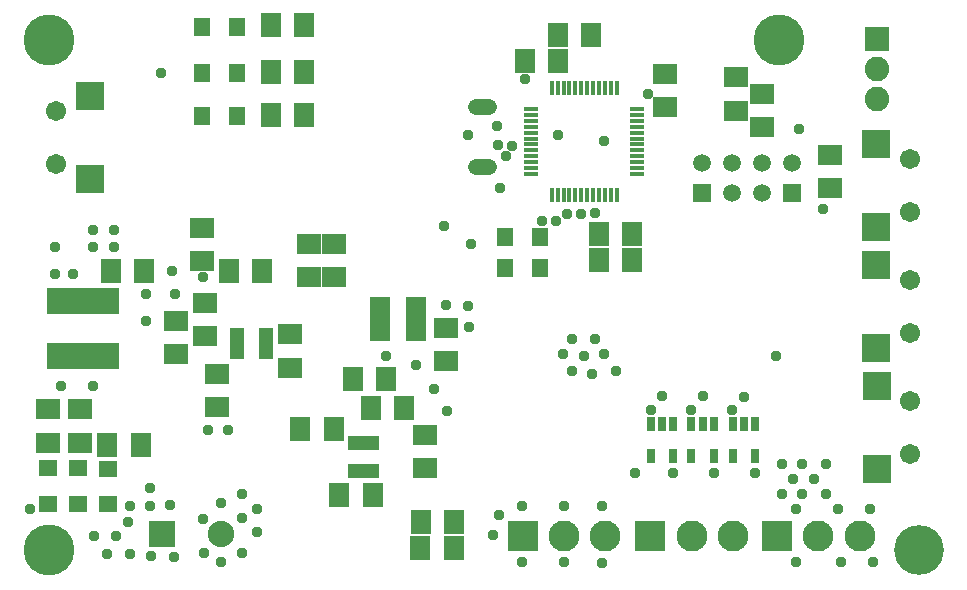
<source format=gbr>
G04 EAGLE Gerber X2 export*
%TF.Part,Single*%
%TF.FileFunction,Soldermask,Top,1*%
%TF.FilePolarity,Negative*%
%TF.GenerationSoftware,Autodesk,EAGLE,9.1.1*%
%TF.CreationDate,2018-07-30T19:22:14Z*%
G75*
%MOMM*%
%FSLAX34Y34*%
%LPD*%
%AMOC8*
5,1,8,0,0,1.08239X$1,22.5*%
G01*
%ADD10R,1.203200X0.403200*%
%ADD11R,0.403200X1.203200*%
%ADD12R,2.616200X2.616200*%
%ADD13C,2.616200*%
%ADD14R,2.453200X2.453200*%
%ADD15C,1.711200*%
%ADD16R,2.235200X2.235200*%
%ADD17C,2.235200*%
%ADD18R,1.603200X1.403200*%
%ADD19R,1.403200X1.603200*%
%ADD20R,2.082800X2.082800*%
%ADD21C,2.082800*%
%ADD22R,1.511200X1.511200*%
%ADD23C,1.511200*%
%ADD24R,0.753200X1.203200*%
%ADD25R,1.803200X2.006200*%
%ADD26R,2.006200X1.803200*%
%ADD27R,2.003200X1.803200*%
%ADD28R,1.803200X2.003200*%
%ADD29C,1.320800*%
%ADD30R,1.203200X0.653200*%
%ADD31R,0.653200X1.203200*%
%ADD32R,1.703200X3.803200*%
%ADD33R,6.203200X2.203200*%
%ADD34C,0.959600*%
%ADD35C,4.219200*%
%ADD36C,4.319200*%


D10*
X440500Y402000D03*
X440500Y397000D03*
X440500Y392000D03*
X440500Y387000D03*
X440500Y382000D03*
X440500Y377000D03*
X440500Y372000D03*
X440500Y367000D03*
X440500Y362000D03*
X440500Y357000D03*
X440500Y352000D03*
X440500Y347000D03*
D11*
X458000Y329500D03*
X463000Y329500D03*
X468000Y329500D03*
X473000Y329500D03*
X478000Y329500D03*
X483000Y329500D03*
X488000Y329500D03*
X493000Y329500D03*
X498000Y329500D03*
X503000Y329500D03*
X508000Y329500D03*
X513000Y329500D03*
D10*
X530500Y347000D03*
X530500Y352000D03*
X530500Y357000D03*
X530500Y362000D03*
X530500Y367000D03*
X530500Y372000D03*
X530500Y377000D03*
X530500Y382000D03*
X530500Y387000D03*
X530500Y392000D03*
X530500Y397000D03*
X530500Y402000D03*
D11*
X513000Y419500D03*
X508000Y419500D03*
X503000Y419500D03*
X498000Y419500D03*
X493000Y419500D03*
X488000Y419500D03*
X483000Y419500D03*
X478000Y419500D03*
X473000Y419500D03*
X468000Y419500D03*
X463000Y419500D03*
X458000Y419500D03*
D12*
X541400Y40800D03*
D13*
X576400Y40800D03*
X611400Y40800D03*
D12*
X433400Y40800D03*
D13*
X468400Y40800D03*
X503400Y40800D03*
D12*
X648800Y40800D03*
D13*
X683800Y40800D03*
X718800Y40800D03*
D14*
X67100Y342900D03*
X67100Y412900D03*
D15*
X38600Y355400D03*
X38600Y400400D03*
D14*
X732600Y372400D03*
X732600Y302400D03*
D15*
X761100Y359900D03*
X761100Y314900D03*
D14*
X732800Y269600D03*
X732800Y199600D03*
D15*
X761300Y257100D03*
X761300Y212100D03*
D14*
X733100Y167200D03*
X733100Y97200D03*
D15*
X761600Y154700D03*
X761600Y109700D03*
D16*
X128400Y42500D03*
D17*
X178400Y42500D03*
D18*
X82000Y97500D03*
X82000Y67500D03*
X57000Y97700D03*
X57000Y67700D03*
X31400Y97700D03*
X31400Y67700D03*
D19*
X418500Y267300D03*
X448500Y267300D03*
X418500Y294000D03*
X448500Y294000D03*
X191500Y471800D03*
X161500Y471800D03*
X191500Y432600D03*
X161500Y432600D03*
X191500Y395900D03*
X161500Y395900D03*
D20*
X733300Y461700D03*
D21*
X733300Y436300D03*
X733300Y410900D03*
D22*
X661650Y331075D03*
X585450Y331075D03*
D23*
X636250Y331075D03*
X610850Y331075D03*
X610850Y356475D03*
X636250Y356475D03*
X661650Y356475D03*
X585450Y356475D03*
D24*
X620600Y135400D03*
X630100Y135400D03*
X611100Y135400D03*
X611100Y108400D03*
X630100Y108400D03*
X585700Y135500D03*
X595200Y135500D03*
X576200Y135500D03*
X576200Y108500D03*
X595200Y108500D03*
X551500Y135500D03*
X561000Y135500D03*
X542000Y135500D03*
X542000Y108500D03*
X561000Y108500D03*
D25*
X110020Y117700D03*
X81580Y117700D03*
D26*
X58400Y147920D03*
X58400Y119480D03*
X31700Y147920D03*
X31700Y119480D03*
X636300Y415020D03*
X636300Y386580D03*
D27*
X693996Y363200D03*
X693996Y335200D03*
D25*
X219980Y472900D03*
X248420Y472900D03*
X219980Y433700D03*
X248420Y433700D03*
X219980Y397000D03*
X248420Y397000D03*
D27*
X162000Y301500D03*
X162000Y273500D03*
D28*
X525700Y296100D03*
X497700Y296100D03*
X525700Y274400D03*
X497700Y274400D03*
X435100Y442900D03*
X463100Y442900D03*
D27*
X554000Y431700D03*
X554000Y403700D03*
D29*
X405188Y353100D02*
X394012Y353100D01*
X394012Y403900D02*
X405188Y403900D01*
D25*
X491420Y464700D03*
X462980Y464700D03*
D26*
X613800Y428920D03*
X613800Y400480D03*
D30*
X191450Y213350D03*
X191450Y206850D03*
X191450Y200350D03*
X191450Y193850D03*
X215950Y193850D03*
X215950Y200350D03*
X215950Y206850D03*
X215950Y213350D03*
D27*
X139800Y194700D03*
X139800Y222700D03*
X174200Y177800D03*
X174200Y149800D03*
X164300Y209700D03*
X164300Y237700D03*
D28*
X84700Y264700D03*
X112700Y264700D03*
D26*
X273800Y287920D03*
X273800Y259480D03*
X252100Y287920D03*
X252100Y259480D03*
D25*
X212920Y264600D03*
X184480Y264600D03*
D31*
X308350Y119650D03*
X301850Y119650D03*
X295350Y119650D03*
X288850Y119650D03*
X288850Y95150D03*
X295350Y95150D03*
X301850Y95150D03*
X308350Y95150D03*
D28*
X289700Y173100D03*
X317700Y173100D03*
X273300Y130900D03*
X245300Y130900D03*
X304700Y149100D03*
X332700Y149100D03*
D27*
X368100Y217000D03*
X368100Y189000D03*
D25*
X375300Y30460D03*
X346860Y30460D03*
X375460Y52430D03*
X347020Y52430D03*
D26*
X350600Y97980D03*
X350600Y126420D03*
D32*
X312400Y224200D03*
X342900Y224200D03*
D33*
X61500Y193300D03*
X61500Y239300D03*
D26*
X236650Y211320D03*
X236650Y182880D03*
D25*
X306720Y75000D03*
X278280Y75000D03*
D34*
X114200Y222600D03*
X114200Y245100D03*
X139200Y245100D03*
X162600Y259600D03*
X136700Y265100D03*
X166700Y130100D03*
X134800Y66500D03*
X117700Y66100D03*
X101100Y65800D03*
X99200Y52600D03*
X81700Y25000D03*
X118700Y23200D03*
X100600Y25300D03*
X88900Y40800D03*
X184200Y130100D03*
X318000Y192700D03*
X343000Y185200D03*
X358000Y165200D03*
X369000Y146100D03*
X541900Y147600D03*
X576200Y147300D03*
X611000Y147500D03*
X137900Y22600D03*
X15900Y63600D03*
X70400Y40900D03*
X419000Y362200D03*
X463000Y380400D03*
X127600Y432600D03*
X652700Y101100D03*
X670200Y101100D03*
X690200Y101100D03*
X680200Y88600D03*
X662700Y88600D03*
X652700Y76100D03*
X670200Y76100D03*
X690200Y76100D03*
X700200Y63600D03*
X665200Y18600D03*
X702700Y18600D03*
X665200Y63600D03*
X727700Y63600D03*
X730200Y18600D03*
X485000Y192500D03*
X475000Y207500D03*
X467500Y195000D03*
X475000Y180000D03*
X492500Y177500D03*
X512500Y180000D03*
X495000Y207500D03*
X502500Y195000D03*
X117700Y81100D03*
X687500Y317500D03*
X647500Y192500D03*
X470800Y313300D03*
X551400Y158800D03*
X483100Y313500D03*
X585800Y158700D03*
X494800Y313800D03*
X620700Y158600D03*
X390000Y287500D03*
X461700Y307400D03*
X366400Y302600D03*
X450000Y307500D03*
X424600Y370600D03*
X387500Y380000D03*
X412100Y387500D03*
X412200Y371200D03*
X561000Y93900D03*
X595500Y94100D03*
X630000Y94200D03*
X387700Y217100D03*
X387100Y235600D03*
X368100Y235800D03*
X69900Y167200D03*
X528600Y93800D03*
X87500Y285000D03*
X70000Y285000D03*
X37500Y285000D03*
X37500Y262500D03*
X52500Y262500D03*
X42200Y167100D03*
X414100Y334900D03*
X539800Y414700D03*
X70000Y300000D03*
X87500Y300000D03*
X435000Y427500D03*
X667500Y385000D03*
X502500Y375000D03*
X162500Y55000D03*
X178200Y68600D03*
X195700Y56100D03*
X208200Y43600D03*
X208200Y63600D03*
X408200Y41100D03*
X413200Y58600D03*
X433200Y66100D03*
X468200Y66100D03*
X500700Y66100D03*
X500700Y17600D03*
X468200Y18600D03*
X433200Y18600D03*
X195700Y26100D03*
X178200Y18600D03*
X163200Y26100D03*
X195700Y76100D03*
D35*
X769400Y28800D03*
D36*
X32000Y28300D03*
X32000Y460800D03*
X650100Y460800D03*
M02*

</source>
